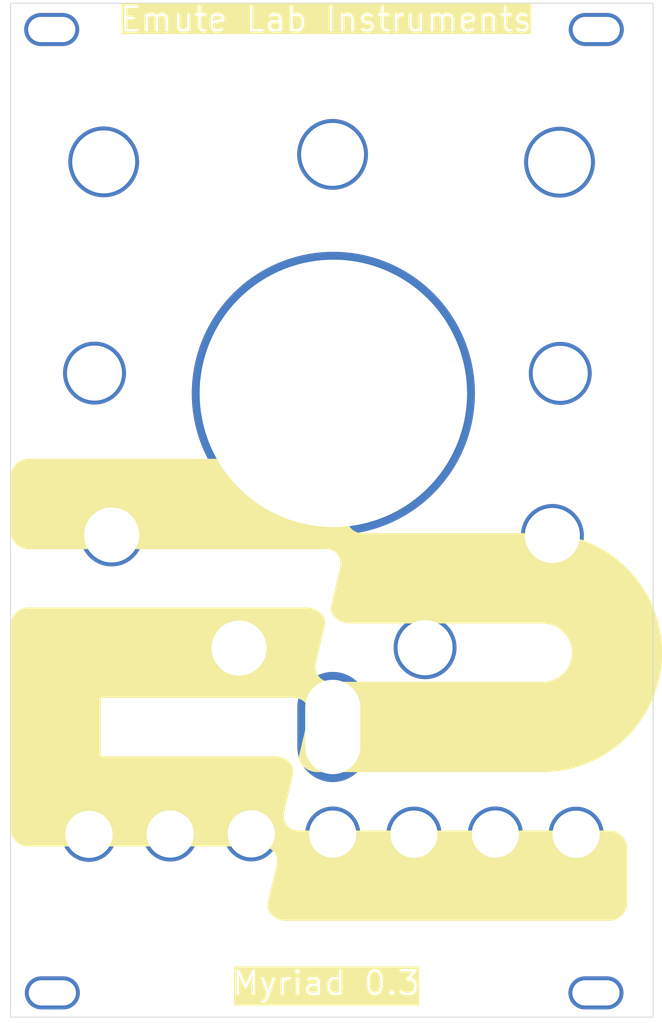
<source format=kicad_pcb>
(kicad_pcb (version 20240108) (generator "pcbnew") (generator_version "8.0")
  (layers (0 "F.Cu" signal) (31 "B.Cu" jumper) (34 "B.Paste" user) (35 "F.Paste" user) (36 "B.SilkS" user "B.Silkscreen") (37 "F.SilkS" user "F.Silkscreen") (38 "B.Mask" user) (39 "F.Mask" user) (44 "Edge.Cuts" user))
  (net 0 "")
  (footprint "benjiaomodular:PanelHole_Potentiometer_RV09" (layer "F.Cu") (at 95.18 118.19 180)
    (property "Reference" "REF**" (hide yes))
    (property "Value" "PanelHole_Potentiometer_RV09" (hide yes))
    (pad "" np_thru_hole oval (at 7.5 2.5 270) (size 14 9) (drill oval 12 7) (layers "F&B.Cu" "*.Mask"))
  )
  (footprint "benjiaomodular:PanelHole_AudioJack_3.5mm" (layer "F.Cu") (at 108.36 122.800001)
    (property "Reference" "REF**" (hide yes))
    (property "Value" "PanelHole_AudioJack_3.5mm")
    (pad "" thru_hole circle (at 0 6.5 180) (size 7 7) (drill 6) (layers "*.Cu" "*.Mask"))
  )
  (footprint "benjiaomodular:MountingHole_M3" (layer "F.Cu") (at 121.19 27)
    (property "Reference" "REF**" (hide yes))
    (property "Value" "MountingHole_M3")
    (pad "" thru_hole oval (at 0 0) (size 7 4.2) (drill oval 6 3.2) (layers "*.Cu" "*.Mask"))
  )
  (footprint "emutelab:PanelHole_Encoder" (layer "F.Cu") (at 114.02 51.3725 90)
    (property "Reference" "REF**" (hide yes))
    (property "Value" "PanelHole_Encoder" (hide yes))
    (pad "" thru_hole circle (at 7.5 2.5 180) (size 9 9) (drill 8) (layers "*.Cu" "*.Mask"))
  )
  (footprint "benjiaomodular:PanelHole_AudioJack_3.5mm" (layer "F.Cu") (at 67.01 122.8)
    (property "Reference" "REF**" (hide yes))
    (property "Value" "PanelHole_AudioJack_3.5mm")
    (pad "" thru_hole circle (at 0 6.5 180) (size 7 7) (drill 6) (layers "*.Cu" "*.Mask"))
  )
  (footprint "benjiaomodular:PanelHole_AudioJack_3.5mm" (layer "F.Cu") (at 118.63 122.83)
    (property "Reference" "REF**" (hide yes))
    (property "Value" "PanelHole_AudioJack_3.5mm")
    (pad "" thru_hole circle (at 0 6.5 180) (size 7 7) (drill 6) (layers "*.Cu" "*.Mask"))
  )
  (footprint "benjiaomodular:MountingHole_M3" (layer "F.Cu") (at 121.15 149.5)
    (property "Reference" "REF**" (hide yes))
    (property "Value" "MountingHole_M3")
    (pad "" thru_hole oval (at 0 0) (size 7 4.2) (drill oval 6 3.2) (layers "*.Cu" "*.Mask"))
  )
  (footprint "emutelab:PanelHole_Encoder" (layer "F.Cu") (at 56.06 51.33 90)
    (property "Reference" "REF**" (hide yes))
    (property "Value" "PanelHole_Encoder" (hide yes))
    (pad "" thru_hole circle (at 7.5 2.5 180) (size 9 9) (drill 8) (layers "*.Cu" "*.Mask"))
  )
  (footprint "benjiaomodular:PanelHole_AudioJack_3.5mm" (layer "F.Cu") (at 77.32 122.78)
    (property "Reference" "REF**" (hide yes))
    (property "Value" "PanelHole_AudioJack_3.5mm")
    (pad "" thru_hole circle (at 0 6.5 180) (size 7 7) (drill 6) (layers "*.Cu" "*.Mask"))
  )
  (footprint "benjiaomodular:PanelHole_Potentiometer_RV09" (layer "F.Cu") (at 113.11 98.84 90)
    (property "Reference" "REF**" (hide yes))
    (property "Value" "PanelHole_Potentiometer_RV09" (hide yes))
    (pad "" thru_hole circle (at 7.5 2.5 180) (size 8 8) (drill 7) (layers "*.Cu" "*.Mask"))
  )
  (footprint "benjiaomodular:PanelHole_AudioJack_3.5mm" (layer "F.Cu") (at 98.01 122.820001)
    (property "Reference" "REF**" (hide yes))
    (property "Value" "PanelHole_AudioJack_3.5mm")
    (pad "" thru_hole circle (at 0 6.5 180) (size 7 7) (drill 6) (layers "*.Cu" "*.Mask"))
  )
  (footprint "benjiaomodular:MountingHole_M3" (layer "F.Cu") (at 51.95 27)
    (property "Reference" "REF**" (hide yes))
    (property "Value" "MountingHole_M3")
    (pad "" thru_hole oval (at 0 0) (size 7 4.2) (drill oval 6 3.2) (layers "*.Cu" "*.Mask"))
  )
  (footprint "benjiaomodular:PanelHole_Potentiometer_RV09" (layer "F.Cu") (at 114.11 78.2225 90)
    (property "Reference" "REF**" (hide yes))
    (property "Value" "PanelHole_Potentiometer_RV09" (hide yes))
    (pad "" thru_hole circle (at 7.5 2.5 180) (size 8 8) (drill 7) (layers "*.Cu" "*.Mask"))
  )
  (footprint "benjiaomodular:PanelHole_Potentiometer_RV09" (layer "F.Cu") (at 73.27 113.16 90)
    (property "Reference" "REF**" (hide yes))
    (property "Value" "PanelHole_Potentiometer_RV09" (hide yes))
    (pad "" thru_hole circle (at 7.5 2.5 180) (size 8 8) (drill 7) (layers "*.Cu" "*.Mask"))
  )
  (footprint "benjiaomodular:MountingHole_M3" (layer "F.Cu") (at 52.03 149.5)
    (property "Reference" "REF**" (hide yes))
    (property "Value" "MountingHole_M3")
    (pad "" thru_hole oval (at 0 0) (size 7 4.2) (drill oval 6 3.2) (layers "*.Cu" "*.Mask"))
  )
  (footprint "benjiaomodular:PanelHole_Potentiometer_RV09" (layer "F.Cu") (at 54.89 78.19 90)
    (property "Reference" "REF**" (hide yes))
    (property "Value" "PanelHole_Potentiometer_RV09" (hide yes))
    (pad "" thru_hole circle (at 7.5 2.5 180) (size 8 8) (drill 7) (layers "*.Cu" "*.Mask"))
  )
  (footprint "benjiaomodular:PanelHole_AudioJack_3.5mm" (layer "F.Cu") (at 56.69 122.84)
    (property "Reference" "REF**" (hide yes))
    (property "Value" "PanelHole_AudioJack_3.5mm")
    (pad "" thru_hole circle (at 0 6.5 180) (size 7 7) (drill 6) (layers "*.Cu" "*.Mask"))
  )
  (footprint "emutelab:PanelHole_Screen_Round_TFT" (layer "F.Cu") (at 80.26 70.77)
    (property "Reference" "REF**" (hide yes))
    (property "Value" "PanelHole_Screen_Round_TFT" (hide yes))
    (pad "" np_thru_hole circle (at 7.5 2.5 90) (size 36 36) (drill 34) (layers "F&B.Cu" "*.Mask"))
  )
  (footprint "benjiaomodular:PanelHole_Potentiometer_RV09" (layer "F.Cu") (at 96.92 113.11 90)
    (property "Reference" "REF**" (hide yes))
    (property "Value" "PanelHole_Potentiometer_RV09" (hide yes))
    (pad "" thru_hole circle (at 7.5 2.5 180) (size 8 8) (drill 7) (layers "*.Cu" "*.Mask"))
  )
  (footprint "benjiaomodular:PanelHole_Potentiometer_RV09" (layer "F.Cu") (at 57.07 98.77 90)
    (property "Reference" "REF**" (hide yes))
    (property "Value" "PanelHole_Potentiometer_RV09" (hide yes))
    (pad "" thru_hole circle (at 7.5 2.5 180) (size 8 8) (drill 7) (layers "*.Cu" "*.Mask"))
  )
  (footprint "benjiaomodular:PanelHole_AudioJack_3.5mm" (layer "F.Cu") (at 87.68 122.81)
    (property "Reference" "REF**" (hide yes))
    (property "Value" "PanelHole_AudioJack_3.5mm")
    (pad "" thru_hole circle (at 0 6.5 180) (size 7 7) (drill 6) (layers "*.Cu" "*.Mask"))
  )
  (footprint "emutelab:PanelHole_Encoder" (layer "F.Cu") (at 85.16 50.38 90)
    (property "Reference" "REF**" (hide yes))
    (property "Value" "PanelHole_Encoder" (hide yes))
    (pad "" thru_hole circle (at 7.5 2.5 180) (size 9 9) (drill 8) (layers "*.Cu" "*.Mask"))
  )
  (gr_poly (pts (xy 88.548777 81.594643) (xy 88.666821 81.60341) (xy 88.784637 81.617851) (xy 88.901916 81.637827) (xy 89.01835 81.663197) (xy 89.133631 81.693823) (xy 89.24745 81.729565) (xy 89.359501 81.770284) (xy 89.469474 81.815839) (xy 89.577062 81.866092) (xy 89.681955 81.920902) (xy 89.783848 81.980131) (xy 89.88243 82.043639) (xy 89.977394 82.111286) (xy 90.068432 82.182933) (xy 90.155236 82.25844) (xy 90.237497 82.337667) (xy 90.314908 82.420476) (xy 90.387161 82.506727) (xy 90.453946 82.596279) (xy 90.514957 82.688995) (xy 90.569885 82.784733) (xy 90.618422 82.883355) (xy 90.660259 82.984721) (xy 90.69509 83.088691) (xy 90.722604 83.195126) (xy 90.742496 83.303887) (xy 90.754455 83.414834) (xy 90.758175 83.527827) (xy 90.753347 83.642727) (xy 90.739663 83.759394) (xy 90.716815 83.877689) (xy 89.573817 88.769837) (xy 89.556814 88.886464) (xy 89.545907 89.001598) (xy 89.540976 89.115093) (xy 89.541902 89.226805) (xy 89.548564 89.336589) (xy 89.560841 89.4443) (xy 89.578615 89.549793) (xy 89.601764 89.652923) (xy 89.630168 89.753546) (xy 89.663708 89.851516) (xy 89.702263 89.946689) (xy 89.745712 90.03892) (xy 89.793937 90.128064) (xy 89.846817 90.213976) (xy 89.904231 90.296511) (xy 89.966059 90.375525) (xy 90.032182 90.450872) (xy 90.102479 90.522408) (xy 90.17683 90.589988) (xy 90.255115 90.653467) (xy 90.337214 90.7127) (xy 90.423006 90.767542) (xy 90.512372 90.817849) (xy 90.605191 90.863475) (xy 90.701343 90.904276) (xy 90.800708 90.940107) (xy 90.903166 90.970823) (xy 91.008597 90.996278) (xy 91.11688 91.01633) (xy 91.227896 91.030831) (xy 91.341524 91.039639) (xy 91.457644 91.042606) (xy 114.37321 91.042606) (xy 115.154032 91.062421) (xy 115.924731 91.121224) (xy 116.684344 91.218052) (xy 117.43191 91.351941) (xy 118.166467 91.521929) (xy 118.887053 91.727053) (xy 119.592707 91.966349) (xy 120.282467 92.238853) (xy 120.955372 92.543604) (xy 121.610459 92.879638) (xy 122.246768 93.245992) (xy 122.863336 93.641703) (xy 123.459202 94.065807) (xy 124.033404 94.517342) (xy 124.58498 94.995344) (xy 125.112969 95.49885) (xy 125.616409 96.026897) (xy 126.094339 96.578523) (xy 126.545797 97.152763) (xy 126.96982 97.748655) (xy 127.365448 98.365236) (xy 127.731719 99.001543) (xy 128.067671 99.656611) (xy 128.372343 100.329479) (xy 128.644772 101.019184) (xy 128.883998 101.724761) (xy 129.089058 102.445248) (xy 129.258991 103.179683) (xy 129.392835 103.9271) (xy 129.489628 104.686539) (xy 129.548409 105.457035) (xy 129.568217 106.237625) (xy 129.548402 107.018208) (xy 129.489599 107.788682) (xy 129.392771 108.548085) (xy 129.258882 109.295454) (xy 129.088894 110.029829) (xy 128.88377 110.750245) (xy 128.644475 111.455743) (xy 128.37197 112.145358) (xy 128.067219 112.818129) (xy 127.731185 113.473095) (xy 127.364831 114.109292) (xy 126.96912 114.725759) (xy 126.545016 115.321533) (xy 126.093481 115.895652) (xy 125.61548 116.447155) (xy 125.111973 116.975079) (xy 124.583926 117.478461) (xy 124.032301 117.95634) (xy 123.458061 118.407754) (xy 122.862169 118.831741) (xy 122.245589 119.227337) (xy 121.609283 119.593582) (xy 120.954215 119.929512) (xy 120.281347 120.234166) (xy 119.591644 120.506582) (xy 118.886067 120.745798) (xy 118.165581 120.950851) (xy 117.431147 121.120779) (xy 116.683731 121.25462) (xy 115.924293 121.351412) (xy 115.153799 121.410193) (xy 114.37321 121.43) (xy 85.74 121.43) (xy 85.622028 121.427055) (xy 85.503962 121.418309) (xy 85.386112 121.403902) (xy 85.268788 121.383972) (xy 85.152298 121.358656) (xy 85.036954 121.328093) (xy 84.923064 121.292421) (xy 84.810939 121.251778) (xy 84.700886 121.206302) (xy 84.593217 121.15613) (xy 84.488241 121.101402) (xy 84.386266 121.042255) (xy 84.287604 120.978827) (xy 84.192563 120.911257) (xy 84.101453 120.839682) (xy 84.014583 120.76424) (xy 83.932264 120.68507) (xy 83.854804 120.60231) (xy 83.782514 120.516097) (xy 83.715702 120.42657) (xy 83.654679 120.333867) (xy 83.599754 120.238126) (xy 83.551236 120.139485) (xy 83.509436 120.038082) (xy 83.474662 119.934055) (xy 83.447224 119.827542) (xy 83.427433 119.718682) (xy 83.415596 119.607612) (xy 83.412025 119.49447) (xy 83.417029 119.379395) (xy 83.430916 119.262525) (xy 83.453997 119.143997) (xy 84.594348 114.262428) (xy 84.611832 114.145305) (xy 84.623188 114.029676) (xy 84.628537 113.915688) (xy 84.627999 113.803486) (xy 84.621694 113.693216) (xy 84.609742 113.585023) (xy 84.592263 113.479055) (xy 84.569378 113.375455) (xy 84.541206 113.274371) (xy 84.507868 113.175949) (xy 84.469483 113.080333) (xy 84.426173 112.98767) (xy 84.378056 112.898106) (xy 84.325254 112.811786) (xy 84.267886 112.728856) (xy 84.206072 112.649463) (xy 84.139934 112.573751) (xy 84.06959 112.501867) (xy 83.995161 112.433957) (xy 83.916767 112.370166) (xy 83.834528 112.310641) (xy 83.748565 112.255526) (xy 83.658998 112.204969) (xy 83.565946 112.159114) (xy 83.46953 112.118108) (xy 83.36987 112.082096) (xy 83.267086 112.051224) (xy 83.161298 112.025638) (xy 83.052627 112.005485) (xy 82.941192 111.990909) (xy 82.827114 111.982056) (xy 82.710513 111.979073) (xy 58.1757 111.979073) (xy 58.1757 119.403282) (xy 80.358363 119.403282) (xy 80.476328 119.406236) (xy 80.594372 119.415003) (xy 80.712188 119.429444) (xy 80.829467 119.449419) (xy 80.945901 119.47479) (xy 81.061182 119.505416) (xy 81.175002 119.541158) (xy 81.287052 119.581877) (xy 81.397025 119.627433) (xy 81.504613 119.677685) (xy 81.609507 119.732496) (xy 81.711399 119.791726) (xy 81.809981 119.855234) (xy 81.904945 119.922881) (xy 81.995983 119.994528) (xy 82.082787 120.070035) (xy 82.165049 120.149263) (xy 82.24246 120.232072) (xy 82.314712 120.318323) (xy 82.381498 120.407876) (xy 82.442508 120.500591) (xy 82.497436 120.59633) (xy 82.545973 120.694952) (xy 82.587811 120.796318) (xy 82.622641 120.900288) (xy 82.650156 121.006723) (xy 82.670047 121.115484) (xy 82.682007 121.226431) (xy 82.685726 121.339424) (xy 82.680898 121.454323) (xy 82.667214 121.570991) (xy 82.644366 121.689285) (xy 81.501368 126.581429) (xy 81.484357 126.698056) (xy 81.473429 126.81319) (xy 81.468465 126.926686) (xy 81.469345 127.038399) (xy 81.475952 127.148183) (xy 81.488166 127.255894) (xy 81.50587 127.361387) (xy 81.528944 127.464518) (xy 81.557269 127.565141) (xy 81.590727 127.663111) (xy 81.6292 127.758284) (xy 81.672568 127.850515) (xy 81.720713 127.939659) (xy 81.773516 128.025571) (xy 81.830858 128.108107) (xy 81.892622 128.187121) (xy 81.958687 128.262468) (xy 82.028936 128.334004) (xy 82.103249 128.401584) (xy 82.181508 128.465063) (xy 82.263595 128.524296) (xy 82.34939 128.579138) (xy 82.438775 128.629445) (xy 82.531631 128.675071) (xy 82.62784 128.715872) (xy 82.727283 128.751703) (xy 82.829841 128.782418) (xy 82.935395 128.807874) (xy 83.043827 128.827926) (xy 83.155018 128.842427) (xy 83.26885 128.851234) (xy 83.385203 128.854202) (xy 122.850444 128.854202) (xy 122.967816 128.857186) (xy 123.083693 128.866039) (xy 123.197928 128.880616) (xy 123.310373 128.900773) (xy 123.420882 128.926363) (xy 123.529309 128.957242) (xy 123.635506 128.993264) (xy 123.739326 129.034284) (xy 123.840623 129.080156) (xy 123.939251 129.130735) (xy 124.035062 129.185876) (xy 124.127909 129.245433) (xy 124.217646 129.309262) (xy 124.304126 129.377216) (xy 124.387202 129.44915) (xy 124.466727 129.52492) (xy 124.542555 129.604379) (xy 124.614538 129.687382) (xy 124.682531 129.773785) (xy 124.746386 129.863441) (xy 124.805957 129.956205) (xy 124.861096 130.051933) (xy 124.911656 130.150478) (xy 124.957492 130.251696) (xy 124.998457 130.35544) (xy 125.034403 130.461566) (xy 125.065183 130.569928) (xy 125.090652 130.680382) (xy 125.110661 130.792781) (xy 125.125065 130.90698) (xy 125.133717 131.022834) (xy 125.136469 131.140198) (xy 125.136469 138.051125) (xy 125.133479 138.168256) (xy 125.124604 138.283908) (xy 125.109992 138.397932) (xy 125.08979 138.510183) (xy 125.064144 138.620514) (xy 125.033202 138.728777) (xy 124.99711 138.834826) (xy 124.956014 138.938515) (xy 124.910063 139.039695) (xy 124.859401 139.138222) (xy 124.804177 139.233947) (xy 124.744538 139.326724) (xy 124.680629 139.416406) (xy 124.612597 139.502847) (xy 124.54059 139.5859) (xy 124.464755 139.665417) (xy 124.385237 139.741252) (xy 124.302184 139.813259) (xy 124.215743 139.88129) (xy 124.126061 139.945198) (xy 124.033283 140.004838) (xy 123.937558 140.060061) (xy 123.839031 140.110722) (xy 123.73785 140.156674) (xy 123.634161 140.197769) (xy 123.528112 140.233861) (xy 123.419848 140.264803) (xy 123.309518 140.290448) (xy 123.197267 140.310651) (xy 123.083242 140.325262) (xy 122.96759 140.334137) (xy 122.850459 140.337128) (xy 81.699816 140.337128) (xy 81.698822 140.337098) (xy 81.697823 140.337014) (xy 81.696818 140.336884) (xy 81.695801 140.336714) (xy 81.693717 140.33629) (xy 81.691541 140.335804) (xy 81.689242 140.335318) (xy 81.688037 140.335094) (xy 81.686788 140.334894) (xy 81.685494 140.334725) (xy 81.684149 140.334594) (xy 81.68275 140.33451) (xy 81.681292 140.33448) (xy 81.564087 140.330596) (xy 81.446828 140.321018) (xy 81.329822 140.305879) (xy 81.213372 140.285316) (xy 81.097783 140.259462) (xy 80.983358 140.228453) (xy 80.870402 140.192422) (xy 80.759219 140.151505) (xy 80.650113 140.105837) (xy 80.543389 140.055551) (xy 80.439351 140.000783) (xy 80.338303 139.941668) (xy 80.240549 139.87834) (xy 80.146394 139.810933) (xy 80.056142 139.739583) (xy 79.970097 139.664424) (xy 79.888563 139.585591) (xy 79.811845 139.503218) (xy 79.740247 139.417441) (xy 79.674073 139.328393) (xy 79.613627 139.23621) (xy 79.559213 139.141026) (xy 79.511137 139.042975) (xy 79.469701 138.942194) (xy 79.435211 138.838816) (xy 79.407971 138.732975) (xy 79.388284 138.624808) (xy 79.376455 138.514447) (xy 79.372789 138.402029) (xy 79.377589 138.287687) (xy 79.39116 138.171557) (xy 79.413806 138.053772) (xy 79.413806 138.051125) (xy 80.556811 133.164276) (xy 80.574055 133.0474) (xy 80.585186 132.932019) (xy 80.590326 132.818276) (xy 80.589594 132.706319) (xy 80.583111 132.596292) (xy 80.570996 132.48834) (xy 80.55337 132.382609) (xy 80.530352 132.279244) (xy 80.502064 132.178391) (xy 80.468625 132.080194) (xy 80.430155 131.9848) (xy 80.386774 131.892353) (xy 80.338604 131.802999) (xy 80.285763 131.716884) (xy 80.228371 131.634151) (xy 80.16655 131.554948) (xy 80.100419 131.479419) (xy 80.030099 131.407709) (xy 79.955709 131.339964) (xy 79.877369 131.27633) (xy 79.7952 131.216951) (xy 79.709322 131.161973) (xy 79.619856 131.111541) (xy 79.52692 131.065801) (xy 79.430636 131.024897) (xy 79.331123 130.988976) (xy 79.228502 130.958183) (xy 79.122893 130.932662) (xy 79.014415 130.91256) (xy 78.90319 130.898021) (xy 78.789337 130.889191) (xy 78.672976 130.886215) (xy 48.978793 130.886215) (xy 48.861661 130.883224) (xy 48.74601 130.87435) (xy 48.631985 130.859738) (xy 48.519734 130.839536) (xy 48.409404 130.81389) (xy 48.30114 130.782948) (xy 48.195091 130.746856) (xy 48.091403 130.70576) (xy 47.990222 130.659809) (xy 47.891696 130.609147) (xy 47.795971 130.553924) (xy 47.703193 130.494284) (xy 47.613511 130.430375) (xy 47.52707 130.362344) (xy 47.444018 130.290337) (xy 47.364501 130.214501) (xy 47.288665 130.134984) (xy 47.216659 130.051932) (xy 47.148628 129.965491) (xy 47.084719 129.875808) (xy 47.02508 129.783031) (xy 46.969856 129.687306) (xy 46.919195 129.58878) (xy 46.873244 129.487599) (xy 46.832149 129.383911) (xy 46.796057 129.277862) (xy 46.765114 129.169599) (xy 46.739469 129.059269) (xy 46.719267 128.947018) (xy 46.704655 128.832994) (xy 46.695781 128.717343) (xy 46.69279 128.600212) (xy 46.69279 102.782173) (xy 46.695781 102.665042) (xy 46.704655 102.549391) (xy 46.719267 102.435367) (xy 46.739469 102.323117) (xy 46.765114 102.212787) (xy 46.796057 102.104524) (xy 46.832149 101.998475) (xy 46.873244 101.894787) (xy 46.919195 101.793606) (xy 46.969856 101.69508) (xy 47.02508 101.599354) (xy 47.084719 101.506577) (xy 47.148628 101.416895) (xy 47.216659 101.330454) (xy 47.288665 101.247401) (xy 47.364501 101.167884) (xy 47.444018 101.092048) (xy 47.52707 101.020042) (xy 47.613511 100.952011) (xy 47.703193 100.888102) (xy 47.795971 100.828462) (xy 47.891696 100.773238) (xy 47.990222 100.722577) (xy 48.091403 100.676625) (xy 48.195091 100.63553) (xy 48.30114 100.599438) (xy 48.409404 100.568495) (xy 48.519734 100.54285) (xy 48.631985 100.522648) (xy 48.74601 100.508036) (xy 48.861661 100.499161) (xy 48.978793 100.49617) (xy 84.39062 100.49617) (xy 84.508585 100.499123) (xy 84.626629 100.50789) (xy 84.744445 100.522332) (xy 84.861724 100.542307) (xy 84.978158 100.567678) (xy 85.093439 100.598304) (xy 85.207259 100.634046) (xy 85.319309 100.674765) (xy 85.429282 100.72032) (xy 85.53687 100.770573) (xy 85.641764 100.825384) (xy 85.743656 100.884613) (xy 85.842238 100.948121) (xy 85.937202 101.015769) (xy 86.02824 101.087416) (xy 86.115044 101.162923) (xy 86.197306 101.242151) (xy 86.274717 101.32496) (xy 86.346969 101.411211) (xy 86.413755 101.500764) (xy 86.474766 101.593479) (xy 86.529693 101.689217) (xy 86.57823 101.787839) (xy 86.620068 101.889205) (xy 86.654898 101.993176) (xy 86.682413 102.099611) (xy 86.702304 102.208372) (xy 86.714264 102.319319) (xy 86.717983 102.432312) (xy 86.713155 102.547211) (xy 86.699471 102.663878) (xy 86.676623 102.782173) (xy 85.533625 107.674316) (xy 85.516621 107.790944) (xy 85.505714 107.906078) (xy 85.500783 108.019574) (xy 85.501708 108.131286) (xy 85.50837 108.24107) (xy 85.520647 108.348781) (xy 85.53842 108.454274) (xy 85.561569 108.557404) (xy 85.589973 108.658027) (xy 85.623513 108.755997) (xy 85.662067 108.85117) (xy 85.705517 108.943401) (xy 85.753742 109.032544) (xy 85.806622 109.118456) (xy 85.864036 109.200991) (xy 85.925865 109.280005) (xy 85.991988 109.355352) (xy 86.062285 109.426887) (xy 86.136636 109.494467) (xy 86.214921 109.557945) (xy 86.29702 109.617178) (xy 86.382813 109.67202) (xy 86.472179 109.722326) (xy 86.564998 109.767952) (xy 86.66115 109.808753) (xy 86.760516 109.844584) (xy 86.862974 109.875299) (xy 86.968405 109.900755) (xy 87.076688 109.920806) (xy 87.187704 109.935308) (xy 87.301332 109.944115) (xy 87.417452 109.947083) (xy 114.367915 109.947083) (xy 114.558741 109.942239) (xy 114.747084 109.927864) (xy 114.93271 109.904194) (xy 115.115385 109.871465) (xy 115.294874 109.829913) (xy 115.470942 109.779774) (xy 115.643356 109.721283) (xy 115.81188 109.654678) (xy 115.976281 109.580192) (xy 116.136323 109.498064) (xy 116.291772 109.408528) (xy 116.442394 109.311821) (xy 116.587954 109.208178) (xy 116.728218 109.097835) (xy 116.862951 108.981028) (xy 116.991919 108.857994) (xy 117.114888 108.728968) (xy 117.231622 108.594186) (xy 117.341887 108.453884) (xy 117.44545 108.308298) (xy 117.542075 108.157663) (xy 117.631528 108.002217) (xy 117.713575 107.842194) (xy 117.78798 107.677831) (xy 117.85451 107.509363) (xy 117.91293 107.337027) (xy 117.963006 107.161059) (xy 118.004503 106.981693) (xy 118.037186 106.799168) (xy 118.060822 106.613717) (xy 118.075175 106.425578) (xy 118.080012 106.234985) (xy 118.075168 106.04416) (xy 118.060793 105.855817) (xy 118.037123 105.670192) (xy 118.004393 105.487517) (xy 117.962841 105.308028) (xy 117.912702 105.13196) (xy 117.854211 104.959546) (xy 117.787605 104.791022) (xy 117.713119 104.626622) (xy 117.63099 104.466579) (xy 117.541454 104.31113) (xy 117.444746 104.160507) (xy 117.341102 104.014947) (xy 117.230759 103.874682) (xy 117.113952 103.739949) (xy 116.990918 103.61098) (xy 116.861891 103.488011) (xy 116.727109 103.371276) (xy 116.586807 103.26101) (xy 116.44122 103.157447) (xy 116.290586 103.060821) (xy 116.135139 102.971368) (xy 115.975117 102.889321) (xy 115.810754 102.814915) (xy 115.642286 102.748384) (xy 115.469951 102.689964) (xy 115.293983 102.639887) (xy 115.114618 102.59839) (xy 114.932093 102.565707) (xy 114.746644 102.542071) (xy 114.558506 102.527717) (xy 114.367915 102.522881) (xy 89.769602 102.522881) (xy 89.651631 102.519927) (xy 89.533565 102.51116) (xy 89.415716 102.496719) (xy 89.298392 102.476744) (xy 89.181903 102.451373) (xy 89.066559 102.420747) (xy 88.95267 102.385005) (xy 88.840544 102.344286) (xy 88.730492 102.29873) (xy 88.622823 102.248477) (xy 88.517846 102.193667) (xy 88.415872 102.134437) (xy 88.317209 102.070929) (xy 88.222168 102.003282) (xy 88.131058 101.931635) (xy 88.044188 101.856128) (xy 87.961869 101.7769) (xy 87.884409 101.694091) (xy 87.812118 101.60784) (xy 87.745306 101.518287) (xy 87.684283 101.425572) (xy 87.629357 101.329833) (xy 87.580839 101.231211) (xy 87.539039 101.129845) (xy 87.504265 101.025875) (xy 87.476827 100.91944) (xy 87.457035 100.810679) (xy 87.445199 100.699732) (xy 87.441627 100.586739) (xy 87.446631 100.471839) (xy 87.460518 100.355172) (xy 87.483599 100.236878) (xy 88.623957 95.355312) (xy 88.641441 95.238189) (xy 88.652798 95.12256) (xy 88.658147 95.008571) (xy 88.657609 94.896369) (xy 88.651304 94.786098) (xy 88.639351 94.677906) (xy 88.621872 94.571937) (xy 88.598987 94.468338) (xy 88.570814 94.367254) (xy 88.537476 94.268831) (xy 88.499091 94.173215) (xy 88.45578 94.080552) (xy 88.407663 93.990988) (xy 88.354861 93.904668) (xy 88.297493 93.821739) (xy 88.235679 93.742345) (xy 88.16954 93.666634) (xy 88.099196 93.59475) (xy 88.024767 93.52684) (xy 87.946373 93.46305) (xy 87.864135 93.403524) (xy 87.778172 93.34841) (xy 87.688604 93.297852) (xy 87.595552 93.251998) (xy 87.499136 93.210991) (xy 87.399476 93.17498) (xy 87.296693 93.144108) (xy 87.190905 93.118522) (xy 87.082234 93.098369) (xy 86.9708 93.083793) (xy 86.856723 93.07494) (xy 86.740122 93.071957) (xy 48.978793 93.071957) (xy 48.861661 93.068966) (xy 48.74601 93.060091) (xy 48.631985 93.045479) (xy 48.519734 93.025277) (xy 48.409404 92.999632) (xy 48.30114 92.96869) (xy 48.195091 92.932598) (xy 48.091403 92.891503) (xy 47.990222 92.845551) (xy 47.891696 92.794891) (xy 47.795971 92.739667) (xy 47.703193 92.680027) (xy 47.613511 92.616119) (xy 47.52707 92.548088) (xy 47.444018 92.476081) (xy 47.364501 92.400246) (xy 47.288665 92.320729) (xy 47.216659 92.237677) (xy 47.148628 92.151236) (xy 47.084719 92.061554) (xy 47.02508 91.968777) (xy 46.969856 91.873052) (xy 46.919195 91.774526) (xy 46.873244 91.673345) (xy 46.832149 91.569657) (xy 46.796057 91.463608) (xy 46.765114 91.355345) (xy 46.739469 91.245015) (xy 46.719267 91.132764) (xy 46.704655 91.01874) (xy 46.695781 90.903089) (xy 46.69279 90.785957) (xy 46.69279 83.877689) (xy 46.695781 83.760558) (xy 46.704655 83.644907) (xy 46.719267 83.530883) (xy 46.739469 83.418632) (xy 46.765114 83.308302) (xy 46.796057 83.200039) (xy 46.832149 83.09399) (xy 46.873244 82.990302) (xy 46.919195 82.889121) (xy 46.969856 82.790595) (xy 47.02508 82.69487) (xy 47.084719 82.602093) (xy 47.148628 82.512411) (xy 47.216659 82.42597) (xy 47.288665 82.342918) (xy 47.364501 82.263401) (xy 47.444018 82.187565) (xy 47.52707 82.115559) (xy 47.613511 82.047528) (xy 47.703193 81.983619) (xy 47.795971 81.92398) (xy 47.891696 81.868756) (xy 47.990222 81.818095) (xy 48.091403 81.772144) (xy 48.195091 81.731049) (xy 48.30114 81.694957) (xy 48.409404 81.664015) (xy 48.519734 81.638369) (xy 48.631985 81.618167) (xy 48.74601 81.603556) (xy 48.861661 81.594681) (xy 48.978793 81.59169) (xy 88.430812 81.59169)) (stroke (width -0.000001)) (fill solid) (layer "F.SilkS"))
  (gr_rect (start 46.72 23.65) (end 128.42 152.59) (stroke (width 0.1)) (fill none) (layer "Edge.Cuts"))
  (gr_text "Myriad 0.3\n" (at 74.71 150.01 0) (layer "F.SilkS" knockout) (effects (font (size 3 3) (thickness 0.3) (bold yes)) (justify left bottom)))
  (gr_text "Emute Lab Instruments" (at 60.4 27.48 0) (layer "F.SilkS" knockout) (effects (font (size 3 3) (thickness 0.3) (bold yes)) (justify left bottom)))
)
</source>
